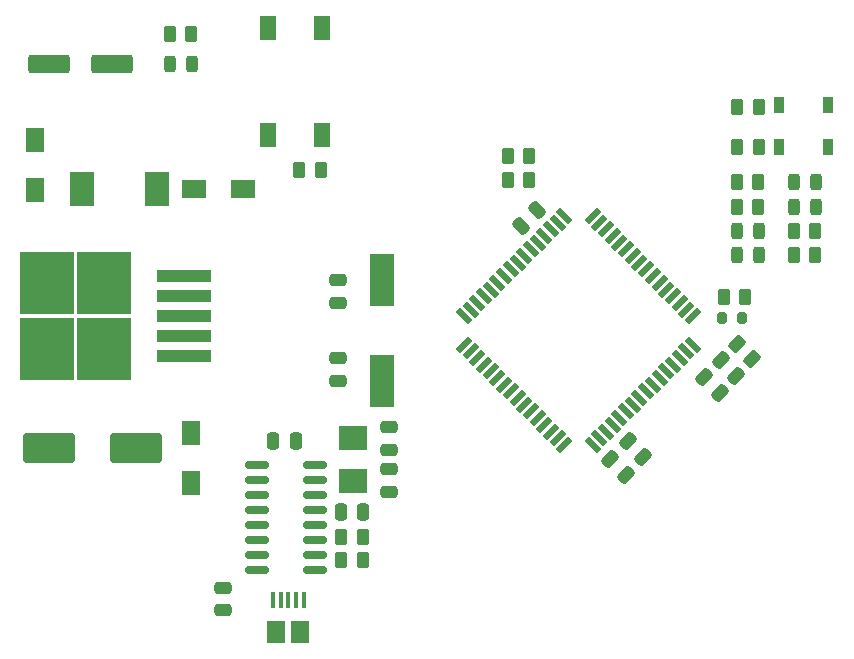
<source format=gbr>
%TF.GenerationSoftware,KiCad,Pcbnew,(6.0.5)*%
%TF.CreationDate,2022-06-14T16:15:44+07:00*%
%TF.ProjectId,atm128,61746d31-3238-42e6-9b69-6361645f7063,0.0*%
%TF.SameCoordinates,Original*%
%TF.FileFunction,Paste,Top*%
%TF.FilePolarity,Positive*%
%FSLAX46Y46*%
G04 Gerber Fmt 4.6, Leading zero omitted, Abs format (unit mm)*
G04 Created by KiCad (PCBNEW (6.0.5)) date 2022-06-14 16:15:44*
%MOMM*%
%LPD*%
G01*
G04 APERTURE LIST*
G04 Aperture macros list*
%AMRoundRect*
0 Rectangle with rounded corners*
0 $1 Rounding radius*
0 $2 $3 $4 $5 $6 $7 $8 $9 X,Y pos of 4 corners*
0 Add a 4 corners polygon primitive as box body*
4,1,4,$2,$3,$4,$5,$6,$7,$8,$9,$2,$3,0*
0 Add four circle primitives for the rounded corners*
1,1,$1+$1,$2,$3*
1,1,$1+$1,$4,$5*
1,1,$1+$1,$6,$7*
1,1,$1+$1,$8,$9*
0 Add four rect primitives between the rounded corners*
20,1,$1+$1,$2,$3,$4,$5,0*
20,1,$1+$1,$4,$5,$6,$7,0*
20,1,$1+$1,$6,$7,$8,$9,0*
20,1,$1+$1,$8,$9,$2,$3,0*%
%AMRotRect*
0 Rectangle, with rotation*
0 The origin of the aperture is its center*
0 $1 length*
0 $2 width*
0 $3 Rotation angle, in degrees counterclockwise*
0 Add horizontal line*
21,1,$1,$2,0,0,$3*%
G04 Aperture macros list end*
%ADD10R,0.400000X1.350000*%
%ADD11R,1.500000X1.900000*%
%ADD12RoundRect,0.250000X-0.262500X-0.450000X0.262500X-0.450000X0.262500X0.450000X-0.262500X0.450000X0*%
%ADD13RoundRect,0.250000X0.262500X0.450000X-0.262500X0.450000X-0.262500X-0.450000X0.262500X-0.450000X0*%
%ADD14RoundRect,0.200000X0.200000X0.275000X-0.200000X0.275000X-0.200000X-0.275000X0.200000X-0.275000X0*%
%ADD15RoundRect,0.250000X-0.512652X-0.159099X-0.159099X-0.512652X0.512652X0.159099X0.159099X0.512652X0*%
%ADD16R,2.000000X3.000000*%
%ADD17RoundRect,0.243750X-0.243750X-0.456250X0.243750X-0.456250X0.243750X0.456250X-0.243750X0.456250X0*%
%ADD18RoundRect,0.250000X0.250000X0.475000X-0.250000X0.475000X-0.250000X-0.475000X0.250000X-0.475000X0*%
%ADD19RotRect,1.500000X0.550000X225.000000*%
%ADD20RotRect,1.500000X0.550000X315.000000*%
%ADD21RoundRect,0.243750X0.243750X0.456250X-0.243750X0.456250X-0.243750X-0.456250X0.243750X-0.456250X0*%
%ADD22R,2.000000X4.500000*%
%ADD23RoundRect,0.250000X-0.250000X-0.475000X0.250000X-0.475000X0.250000X0.475000X-0.250000X0.475000X0*%
%ADD24R,4.600000X1.100000*%
%ADD25R,4.550000X5.250000*%
%ADD26RoundRect,0.250000X-0.475000X0.250000X-0.475000X-0.250000X0.475000X-0.250000X0.475000X0.250000X0*%
%ADD27RoundRect,0.250000X0.512652X0.159099X0.159099X0.512652X-0.512652X-0.159099X-0.159099X-0.512652X0*%
%ADD28RoundRect,0.250000X0.159099X-0.512652X0.512652X-0.159099X-0.159099X0.512652X-0.512652X0.159099X0*%
%ADD29R,2.400000X2.000000*%
%ADD30RoundRect,0.250000X1.950000X1.000000X-1.950000X1.000000X-1.950000X-1.000000X1.950000X-1.000000X0*%
%ADD31R,1.500000X2.120000*%
%ADD32RoundRect,0.250000X0.475000X-0.250000X0.475000X0.250000X-0.475000X0.250000X-0.475000X-0.250000X0*%
%ADD33RoundRect,0.250000X1.500000X0.550000X-1.500000X0.550000X-1.500000X-0.550000X1.500000X-0.550000X0*%
%ADD34R,0.950000X1.400000*%
%ADD35R,1.400000X2.100000*%
%ADD36R,2.120000X1.500000*%
%ADD37RoundRect,0.150000X0.825000X0.150000X-0.825000X0.150000X-0.825000X-0.150000X0.825000X-0.150000X0*%
%ADD38RoundRect,0.250000X0.503814X0.132583X0.132583X0.503814X-0.503814X-0.132583X-0.132583X-0.503814X0*%
G04 APERTURE END LIST*
D10*
%TO.C,J6*%
X75720000Y-76177500D03*
X76370000Y-76177500D03*
X77020000Y-76177500D03*
X77670000Y-76177500D03*
X78320000Y-76177500D03*
D11*
X78020000Y-78877500D03*
X76020000Y-78877500D03*
%TD*%
D12*
%TO.C,R4*%
X115038500Y-34417000D03*
X116863500Y-34417000D03*
%TD*%
D13*
%TO.C,R10*%
X121664100Y-44881800D03*
X119839100Y-44881800D03*
%TD*%
D14*
%TO.C,R9*%
X115429800Y-52324000D03*
X113779800Y-52324000D03*
%TD*%
D15*
%TO.C,C6*%
X114971751Y-57186751D03*
X113628249Y-55843249D03*
%TD*%
D12*
%TO.C,R2*%
X77954500Y-39751000D03*
X79779500Y-39751000D03*
%TD*%
D13*
%TO.C,R5*%
X115720500Y-50546000D03*
X113895500Y-50546000D03*
%TD*%
%TO.C,R14*%
X83335500Y-72771000D03*
X81510500Y-72771000D03*
%TD*%
%TO.C,R13*%
X97432500Y-38608000D03*
X95607500Y-38608000D03*
%TD*%
D16*
%TO.C,L1*%
X59538000Y-41402000D03*
X65938000Y-41402000D03*
%TD*%
D17*
%TO.C,D7*%
X114988100Y-44881800D03*
X116863100Y-44881800D03*
%TD*%
D13*
%TO.C,R1*%
X68832100Y-28244800D03*
X67007100Y-28244800D03*
%TD*%
D12*
%TO.C,R3*%
X115038500Y-37820600D03*
X116863500Y-37820600D03*
%TD*%
D18*
%TO.C,C12*%
X83373000Y-68707000D03*
X81473000Y-68707000D03*
%TD*%
D12*
%TO.C,R7*%
X115013100Y-42875200D03*
X116838100Y-42875200D03*
%TD*%
D19*
%TO.C,U2*%
X111287363Y-52137918D03*
X110721677Y-51572233D03*
X110155992Y-51006548D03*
X109590307Y-50440862D03*
X109024621Y-49875177D03*
X108458936Y-49309491D03*
X107893250Y-48743806D03*
X107327565Y-48178120D03*
X106761880Y-47612435D03*
X106196194Y-47046750D03*
X105630509Y-46481064D03*
X105064823Y-45915379D03*
X104499138Y-45349693D03*
X103933452Y-44784008D03*
X103367767Y-44218323D03*
X102802082Y-43652637D03*
D20*
X100397918Y-43652637D03*
X99832233Y-44218323D03*
X99266548Y-44784008D03*
X98700862Y-45349693D03*
X98135177Y-45915379D03*
X97569491Y-46481064D03*
X97003806Y-47046750D03*
X96438120Y-47612435D03*
X95872435Y-48178120D03*
X95306750Y-48743806D03*
X94741064Y-49309491D03*
X94175379Y-49875177D03*
X93609693Y-50440862D03*
X93044008Y-51006548D03*
X92478323Y-51572233D03*
X91912637Y-52137918D03*
D19*
X91912637Y-54542082D03*
X92478323Y-55107767D03*
X93044008Y-55673452D03*
X93609693Y-56239138D03*
X94175379Y-56804823D03*
X94741064Y-57370509D03*
X95306750Y-57936194D03*
X95872435Y-58501880D03*
X96438120Y-59067565D03*
X97003806Y-59633250D03*
X97569491Y-60198936D03*
X98135177Y-60764621D03*
X98700862Y-61330307D03*
X99266548Y-61895992D03*
X99832233Y-62461677D03*
X100397918Y-63027363D03*
D20*
X102802082Y-63027363D03*
X103367767Y-62461677D03*
X103933452Y-61895992D03*
X104499138Y-61330307D03*
X105064823Y-60764621D03*
X105630509Y-60198936D03*
X106196194Y-59633250D03*
X106761880Y-59067565D03*
X107327565Y-58501880D03*
X107893250Y-57936194D03*
X108458936Y-57370509D03*
X109024621Y-56804823D03*
X109590307Y-56239138D03*
X110155992Y-55673452D03*
X110721677Y-55107767D03*
X111287363Y-54542082D03*
%TD*%
D21*
%TO.C,D4*%
X68857100Y-30784800D03*
X66982100Y-30784800D03*
%TD*%
D22*
%TO.C,XTAL1*%
X84963000Y-57590000D03*
X84963000Y-49090000D03*
%TD*%
D13*
%TO.C,R15*%
X83335500Y-70866000D03*
X81510500Y-70866000D03*
%TD*%
D23*
%TO.C,C13*%
X75758000Y-62738000D03*
X77658000Y-62738000D03*
%TD*%
D24*
%TO.C,U1*%
X68193011Y-48708011D03*
X68193011Y-50408011D03*
X68193011Y-52108011D03*
X68193011Y-53808011D03*
X68193011Y-55508011D03*
D25*
X61468011Y-54883011D03*
X56618011Y-49333011D03*
X61468011Y-49333011D03*
X56618011Y-54883011D03*
%TD*%
D21*
%TO.C,D6*%
X121689100Y-40767000D03*
X119814100Y-40767000D03*
%TD*%
D13*
%TO.C,R11*%
X121664100Y-46964600D03*
X119839100Y-46964600D03*
%TD*%
D26*
%TO.C,C8*%
X81280000Y-55692000D03*
X81280000Y-57592000D03*
%TD*%
D15*
%TO.C,C4*%
X105610502Y-65568751D03*
X104267000Y-64225249D03*
%TD*%
D27*
%TO.C,C9*%
X113549351Y-58609151D03*
X112205849Y-57265649D03*
%TD*%
D21*
%TO.C,D5*%
X121689100Y-42875200D03*
X119814100Y-42875200D03*
%TD*%
D13*
%TO.C,R12*%
X97432500Y-40640000D03*
X95607500Y-40640000D03*
%TD*%
D28*
%TO.C,C5*%
X98080751Y-43143249D03*
X96737249Y-44486751D03*
%TD*%
D29*
%TO.C,Y1*%
X82550000Y-62412000D03*
X82550000Y-66112000D03*
%TD*%
D30*
%TO.C,C1*%
X64152011Y-63284011D03*
X56752011Y-63284011D03*
%TD*%
D31*
%TO.C,D1*%
X68834011Y-66244011D03*
X68834011Y-62014011D03*
%TD*%
D15*
%TO.C,C3*%
X107097751Y-64044751D03*
X105754249Y-62701249D03*
%TD*%
D32*
%TO.C,C10*%
X85598000Y-66990000D03*
X85598000Y-65090000D03*
%TD*%
%TO.C,C14*%
X71501000Y-77023000D03*
X71501000Y-75123000D03*
%TD*%
D12*
%TO.C,R8*%
X115013100Y-40767000D03*
X116838100Y-40767000D03*
%TD*%
D32*
%TO.C,C7*%
X81280000Y-50988000D03*
X81280000Y-49088000D03*
%TD*%
D33*
%TO.C,C2*%
X62136011Y-30772011D03*
X56736011Y-30772011D03*
%TD*%
D26*
%TO.C,C11*%
X85598000Y-61534000D03*
X85598000Y-63434000D03*
%TD*%
D34*
%TO.C,S3*%
X122725000Y-34290000D03*
X118575000Y-34290000D03*
%TD*%
D31*
%TO.C,D3*%
X55626000Y-37255000D03*
X55626000Y-41485000D03*
%TD*%
D17*
%TO.C,D8*%
X114988100Y-46964600D03*
X116863100Y-46964600D03*
%TD*%
D34*
%TO.C,S2*%
X122725000Y-37820600D03*
X118575000Y-37820600D03*
%TD*%
D35*
%TO.C,S1*%
X75347000Y-36808000D03*
X75347000Y-27708000D03*
X79847000Y-36808000D03*
X79847000Y-27708000D03*
%TD*%
D36*
%TO.C,D2*%
X69005000Y-41402000D03*
X73235000Y-41402000D03*
%TD*%
D37*
%TO.C,U3*%
X79310000Y-73660000D03*
X79310000Y-72390000D03*
X79310000Y-71120000D03*
X79310000Y-69850000D03*
X79310000Y-68580000D03*
X79310000Y-67310000D03*
X79310000Y-66040000D03*
X79310000Y-64770000D03*
X74360000Y-64770000D03*
X74360000Y-66040000D03*
X74360000Y-67310000D03*
X74360000Y-68580000D03*
X74360000Y-69850000D03*
X74360000Y-71120000D03*
X74360000Y-72390000D03*
X74360000Y-73660000D03*
%TD*%
D38*
%TO.C,R6*%
X116316835Y-55737835D03*
X115026365Y-54447365D03*
%TD*%
M02*

</source>
